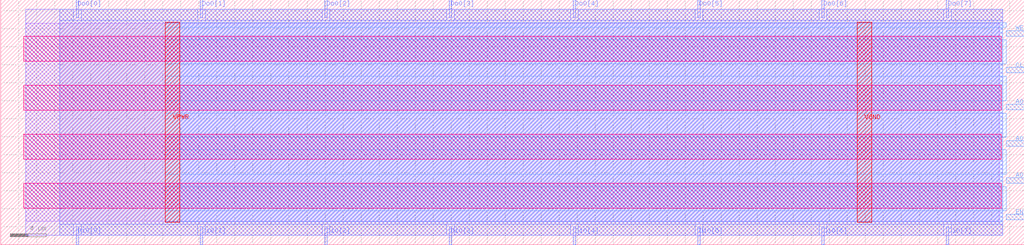
<source format=lef>
VERSION 5.7 ;
  NOWIREEXTENSIONATPIN ON ;
  DIVIDERCHAR "/" ;
  BUSBITCHARS "[]" ;
MACRO RAM8
  CLASS BLOCK ;
  FOREIGN RAM8 ;
  ORIGIN 0.000 0.000 ;
  SIZE 113.620 BY 27.200 ;
  PIN A0[0]
    DIRECTION INPUT ;
    USE SIGNAL ;
    PORT
      LAYER met3 ;
        RECT 111.620 6.840 113.620 7.440 ;
    END
  END A0[0]
  PIN A0[1]
    DIRECTION INPUT ;
    USE SIGNAL ;
    PORT
      LAYER met3 ;
        RECT 111.620 10.920 113.620 11.520 ;
    END
  END A0[1]
  PIN A0[2]
    DIRECTION INPUT ;
    USE SIGNAL ;
    PORT
      LAYER met3 ;
        RECT 111.620 15.000 113.620 15.600 ;
    END
  END A0[2]
  PIN CLK
    DIRECTION INPUT ;
    USE SIGNAL ;
    PORT
      LAYER met3 ;
        RECT 111.620 19.080 113.620 19.680 ;
    END
  END CLK
  PIN Di0[0]
    DIRECTION INPUT ;
    USE SIGNAL ;
    PORT
      LAYER met2 ;
        RECT 8.370 0.000 8.650 2.000 ;
    END
  END Di0[0]
  PIN Di0[1]
    DIRECTION INPUT ;
    USE SIGNAL ;
    PORT
      LAYER met2 ;
        RECT 22.170 0.000 22.450 2.000 ;
    END
  END Di0[1]
  PIN Di0[2]
    DIRECTION INPUT ;
    USE SIGNAL ;
    PORT
      LAYER met2 ;
        RECT 35.970 0.000 36.250 2.000 ;
    END
  END Di0[2]
  PIN Di0[3]
    DIRECTION INPUT ;
    USE SIGNAL ;
    PORT
      LAYER met2 ;
        RECT 49.770 0.000 50.050 2.000 ;
    END
  END Di0[3]
  PIN Di0[4]
    DIRECTION INPUT ;
    USE SIGNAL ;
    PORT
      LAYER met2 ;
        RECT 63.570 0.000 63.850 2.000 ;
    END
  END Di0[4]
  PIN Di0[5]
    DIRECTION INPUT ;
    USE SIGNAL ;
    PORT
      LAYER met2 ;
        RECT 77.370 0.000 77.650 2.000 ;
    END
  END Di0[5]
  PIN Di0[6]
    DIRECTION INPUT ;
    USE SIGNAL ;
    PORT
      LAYER met2 ;
        RECT 91.170 0.000 91.450 2.000 ;
    END
  END Di0[6]
  PIN Di0[7]
    DIRECTION INPUT ;
    USE SIGNAL ;
    PORT
      LAYER met2 ;
        RECT 104.970 0.000 105.250 2.000 ;
    END
  END Di0[7]
  PIN Do0[0]
    DIRECTION OUTPUT ;
    USE SIGNAL ;
    PORT
      LAYER met2 ;
        RECT 8.370 25.200 8.650 27.200 ;
    END
  END Do0[0]
  PIN Do0[1]
    DIRECTION OUTPUT ;
    USE SIGNAL ;
    PORT
      LAYER met2 ;
        RECT 22.170 25.200 22.450 27.200 ;
    END
  END Do0[1]
  PIN Do0[2]
    DIRECTION OUTPUT ;
    USE SIGNAL ;
    PORT
      LAYER met2 ;
        RECT 35.970 25.200 36.250 27.200 ;
    END
  END Do0[2]
  PIN Do0[3]
    DIRECTION OUTPUT ;
    USE SIGNAL ;
    PORT
      LAYER met2 ;
        RECT 49.770 25.200 50.050 27.200 ;
    END
  END Do0[3]
  PIN Do0[4]
    DIRECTION OUTPUT ;
    USE SIGNAL ;
    PORT
      LAYER met2 ;
        RECT 63.570 25.200 63.850 27.200 ;
    END
  END Do0[4]
  PIN Do0[5]
    DIRECTION OUTPUT ;
    USE SIGNAL ;
    PORT
      LAYER met2 ;
        RECT 77.370 25.200 77.650 27.200 ;
    END
  END Do0[5]
  PIN Do0[6]
    DIRECTION OUTPUT ;
    USE SIGNAL ;
    PORT
      LAYER met2 ;
        RECT 91.170 25.200 91.450 27.200 ;
    END
  END Do0[6]
  PIN Do0[7]
    DIRECTION OUTPUT ;
    USE SIGNAL ;
    PORT
      LAYER met2 ;
        RECT 104.970 25.200 105.250 27.200 ;
    END
  END Do0[7]
  PIN EN0
    DIRECTION INPUT ;
    USE SIGNAL ;
    PORT
      LAYER met3 ;
        RECT 111.620 2.760 113.620 3.360 ;
    END
  END EN0
  PIN VGND
    DIRECTION INOUT ;
    USE GROUND ;
    PORT
      LAYER met4 ;
        RECT 95.080 2.480 96.680 24.720 ;
    END
  END VGND
  PIN VPWR
    DIRECTION INOUT ;
    USE POWER ;
    PORT
      LAYER met4 ;
        RECT 18.280 2.480 19.880 24.720 ;
    END
  END VPWR
  PIN WE0
    DIRECTION INPUT ;
    USE SIGNAL ;
    PORT
      LAYER met3 ;
        RECT 111.620 23.160 113.620 23.760 ;
    END
  END WE0
  OBS
      LAYER nwell ;
        RECT 2.570 23.125 85.175 23.175 ;
        RECT 2.570 20.395 111.050 23.125 ;
        RECT 2.570 20.345 84.715 20.395 ;
        RECT 2.570 17.685 85.175 17.735 ;
        RECT 2.570 14.955 111.050 17.685 ;
        RECT 2.570 14.905 84.715 14.955 ;
        RECT 2.570 12.245 85.175 12.295 ;
        RECT 2.570 9.515 111.050 12.245 ;
        RECT 2.570 9.465 84.715 9.515 ;
        RECT 2.570 6.805 85.175 6.855 ;
        RECT 2.570 4.075 111.050 6.805 ;
        RECT 2.570 4.025 84.715 4.075 ;
      LAYER li1 ;
        RECT 2.760 2.635 110.860 24.565 ;
      LAYER met1 ;
        RECT 2.760 1.060 111.250 26.140 ;
      LAYER met2 ;
        RECT 6.540 24.920 8.090 26.170 ;
        RECT 8.930 24.920 21.890 26.170 ;
        RECT 22.730 24.920 35.690 26.170 ;
        RECT 36.530 24.920 49.490 26.170 ;
        RECT 50.330 24.920 63.290 26.170 ;
        RECT 64.130 24.920 77.090 26.170 ;
        RECT 77.930 24.920 90.890 26.170 ;
        RECT 91.730 24.920 104.690 26.170 ;
        RECT 105.530 24.920 111.230 26.170 ;
        RECT 6.540 2.280 111.230 24.920 ;
        RECT 6.540 1.030 8.090 2.280 ;
        RECT 8.930 1.030 21.890 2.280 ;
        RECT 22.730 1.030 35.690 2.280 ;
        RECT 36.530 1.030 49.490 2.280 ;
        RECT 50.330 1.030 63.290 2.280 ;
        RECT 64.130 1.030 77.090 2.280 ;
        RECT 77.930 1.030 90.890 2.280 ;
        RECT 91.730 1.030 104.690 2.280 ;
        RECT 105.530 1.030 111.230 2.280 ;
      LAYER met3 ;
        RECT 18.290 24.160 111.620 24.645 ;
        RECT 18.290 22.760 111.220 24.160 ;
        RECT 18.290 20.080 111.620 22.760 ;
        RECT 18.290 18.680 111.220 20.080 ;
        RECT 18.290 16.000 111.620 18.680 ;
        RECT 18.290 14.600 111.220 16.000 ;
        RECT 18.290 11.920 111.620 14.600 ;
        RECT 18.290 10.520 111.220 11.920 ;
        RECT 18.290 7.840 111.620 10.520 ;
        RECT 18.290 6.440 111.220 7.840 ;
        RECT 18.290 3.760 111.620 6.440 ;
        RECT 18.290 2.555 111.220 3.760 ;
  END
END RAM8
END LIBRARY


</source>
